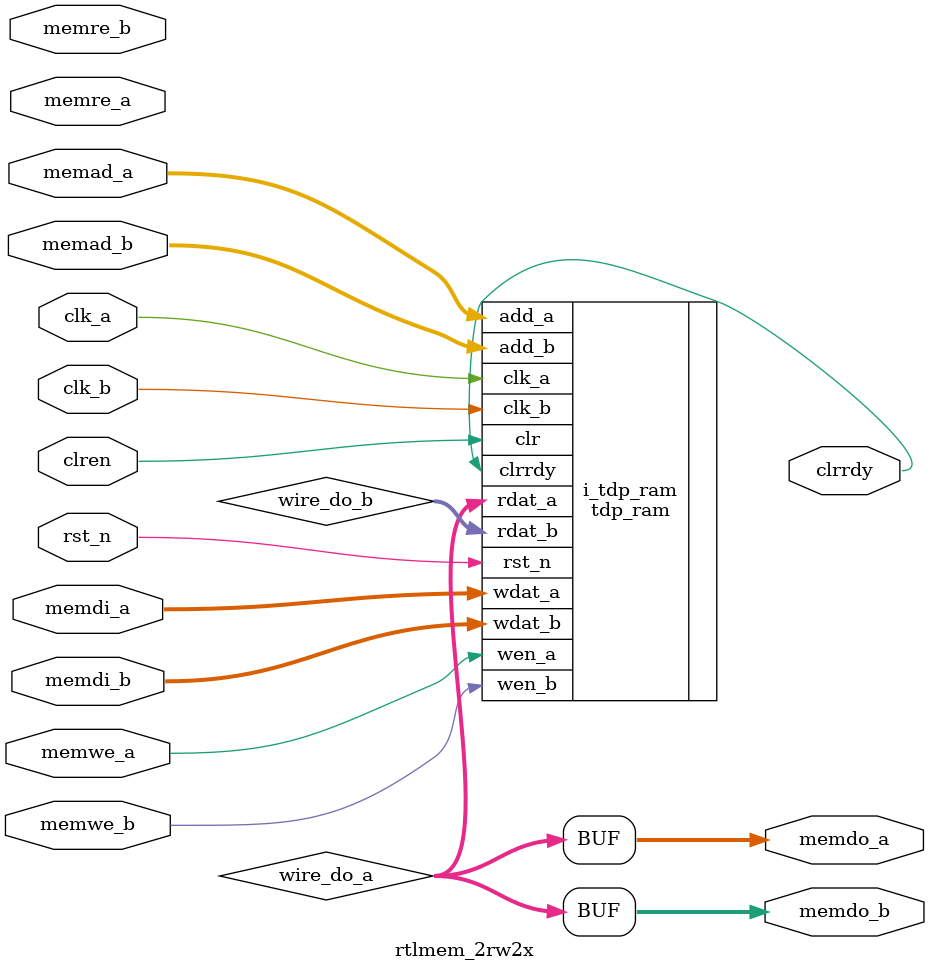
<source format=v>

module rtlmem_2rw2x
    (
     clk_a,
     rst_n,

     // Clear content RAM
     clren,
     clrrdy,

     // Memory port A interface
     memad_a,
     memwe_a,
     memdi_a,
     memre_a,
     memdo_a,

     // Memory port B interface
     clk_b,
     memad_b,
     memwe_b,
     memdi_b,
     memre_b,
     memdo_b
     );

////////////////////////////////////////////////////////////////////////////////
// Parameter declarations
parameter G_TYPE        = "BLOCK";
parameter G_ADDR_A      = 10;
parameter G_WIDTH_A     = 16;
parameter G_DEPTH_A     = 2**G_ADDR_A;
parameter G_ADDR_B      = G_ADDR_A;
parameter G_WIDTH_B     = G_WIDTH_A;
parameter G_DEPTH_B     = G_DEPTH_A;
parameter G_RST_VAL     = {G_WIDTH_A{1'b0}};
parameter G_COMMONCLK   = 0;

// Xilinx's Attribute
parameter X_ALGORITHM   = 1;            // 0: fixed primitive, 1: Minimum area, 2: low power
parameter X_PRIM_TYPE   = 1;            // 0: 1x16k, 1: 2x8k, 2: 4x4k, 3: 9x2k, 4: 18x1k, 5: 36x512, 6: 72x512

// Altera's Attribute
parameter A_MAXDEPTH    = 0;            // 0 (auto), 128, 256, 512, 1024, 2048, 4096
parameter A_BRAM_TYPE   = "AUTO";       // AUTO, M512, M4K, M-RAM, MLAB, M9K, M144K, M10K, M20K, LC
parameter A_INIT_FILE   = "UNUSED";

////////////////////////////////////////////////////////////////////////////////
// Port declarations
input                   clk_a;
input                   rst_n;

// Clear content RAM
input                   clren;
output                  clrrdy;

// Memory port A interface
input [G_ADDR_A-1:0]    memad_a;
input                   memwe_a;
input [G_WIDTH_A-1:0]   memdi_a;
input                   memre_a;
output [G_WIDTH_A-1:0]  memdo_a;

// Memory port B interface
input                   clk_b;
input [G_ADDR_B-1:0]    memad_b;
input                   memwe_b;
input [G_WIDTH_B-1:0]   memdi_b;
input                   memre_b;
output [G_WIDTH_B-1:0]  memdo_b;

////////////////////////////////////////////////////////////////////////////////
// Local logic and instantiation
wire [G_WIDTH_A-1:0]    wire_do_a;
wire [G_WIDTH_B-1:0]    wire_do_b;

`ifdef RTL_MEM_SIM
reg                     memre_a1, memre_a2;
always @(posedge clk_a)
    begin
    if (!rst_n) {memre_a1, memre_a2} <= 2'b00;
    else        {memre_a1, memre_a2} <= {memre_a, memre_a1};
    end

assign memdo_a = memre_a2 ? wire_do_a : {G_WIDTH_A{1'b0}};

reg                     memre_b1, memre_b2;
always @(posedge clk_b)
    begin
    if (!rst_n) {memre_b1, memre_b2} <= 2'b00;
    else        {memre_b1, memre_b2} <= {memre_b, memre_b1};
    end

assign memdo_b = memre_b2 ? wire_do_b : {G_WIDTH_B{1'b0}};
`else
assign memdo_a = wire_do_a;
assign memdo_b = wire_do_a;
`endif

tdp_ram
    #(
      .G_TYPE           (G_TYPE),
      .G_ADDR_A         (G_ADDR_A),
      .G_WIDTH_A        (G_WIDTH_A),
      .G_DEPTH_A        (G_DEPTH_A),
      .G_ADDR_B         (G_ADDR_B),
      .G_WIDTH_B        (G_WIDTH_B),
      .G_DEPTH_B        (G_DEPTH_B),
      .G_RST_VAL        (G_RST_VAL),
      .G_PIPELINE       (2),
      .G_COMMONCLK      (G_COMMONCLK),

      .X_ALGORITHM      (X_ALGORITHM),
      .X_PRIM_TYPE      (X_PRIM_TYPE),
      .X_WR_MODE        ("WRITE_FIRST"),
      
      .A_WR_MODE        ("NEW_DATA_NO_NBE_READ"),
      .A_MAXDEPTH       (A_MAXDEPTH),
      .A_BRAM_TYPE      (A_BRAM_TYPE),
      .A_INIT_FILE      (A_INIT_FILE)
      )
i_tdp_ram
    (
     .clk_a             (clk_a),
     .rst_n             (rst_n),
     .clr               (clren),
     .clrrdy            (clrrdy),
     .wen_a             (memwe_a),
     .add_a             (memad_a),
     .wdat_a            (memdi_a),
     .rdat_a            (wire_do_a),    // clk 2
     
     .clk_b             (clk_b),
     .wen_b             (memwe_b),
     .add_b             (memad_b),
     .wdat_b            (memdi_b),
     .rdat_b            (wire_do_b)     // clk 2
     );

endmodule 

</source>
